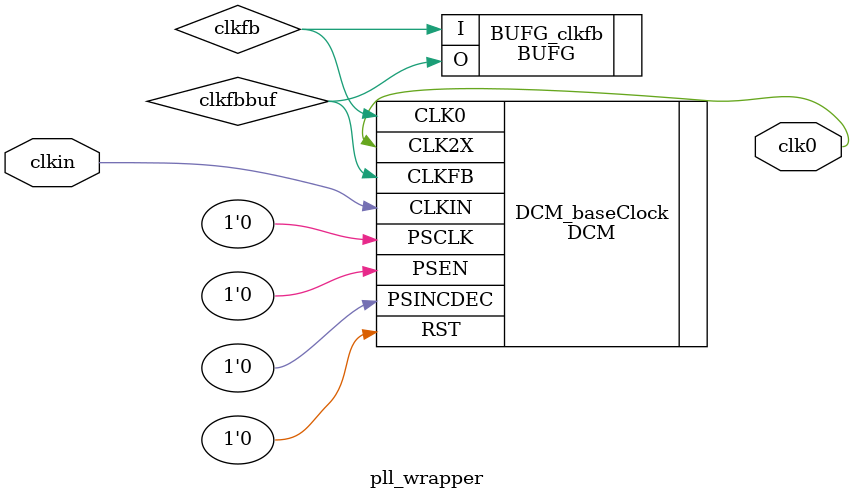
<source format=v>

`timescale 1ns/100ps

module pll_wrapper (
  input  wire clkin, // clock input
  output wire clk0   // double clock rate output
);

localparam TRUE  = 1'b1;
localparam FALSE = 1'b0;

wire clkfb; 
wire clkfbbuf; 

// DCM: Digital Clock Manager Circuit for Virtex-II/II-Pro and Spartan-3/3E
// Xilinx HDL Language Template version 8.1i
DCM DCM_baseClock (
  .CLKIN(clkin), 	// Clock input (from IBUFG, BUFG or DCM)
  .PSCLK(1'b 0), 	// Dynamic phase adjust clock input
  .PSEN(1'b 0), 	// Dynamic phase adjust enable input
  .PSINCDEC(1'b 0), 	// Dynamic phase adjust increment/decrement
  .RST(1'b 0), 	// DCM asynchronous reset input
  .CLK2X(clk0),
  .CLK0(clkfb),
  .CLKFB(clkfbbuf));
  // synthesis attribute declarations
  /* synopsys attribute 
        DESKEW_ADJUST "SYSTEM_SYNCHRONOUS"
	DLL_FREQUENCY_MODE "LOW"
	DUTY_CYCLE_CORRECTION "TRUE"
	STARTUP_WAIT "TRUE"
  */
		
  BUFG BUFG_clkfb(.I(clkfb), .O(clkfbbuf));

endmodule


</source>
